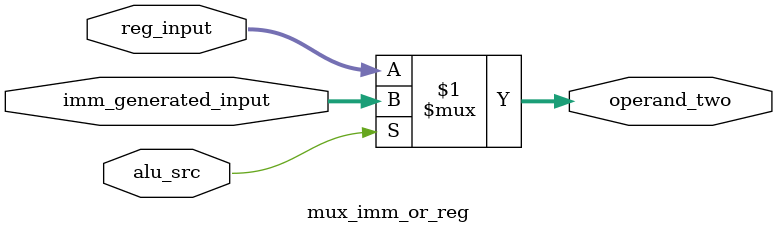
<source format=sv>
module mux_imm_or_reg #(parameter width = 32) (reg_input,imm_generated_input,alu_src,operand_two);

input [width-1:0] imm_generated_input;
input [width-1:0] reg_input;
input alu_src;
output reg [width-1:0] operand_two;

assign operand_two=alu_src?imm_generated_input:reg_input;
endmodule

</source>
